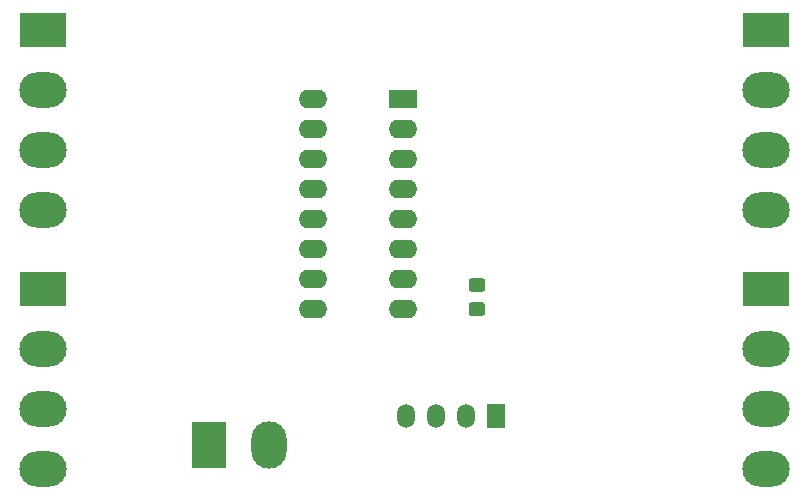
<source format=gbr>
%TF.GenerationSoftware,KiCad,Pcbnew,5.99.0+really5.1.10+dfsg1-1*%
%TF.CreationDate,2021-11-03T18:54:38+11:00*%
%TF.ProjectId,buffer,62756666-6572-42e6-9b69-6361645f7063,rev?*%
%TF.SameCoordinates,PX2faf080PY5f5e100*%
%TF.FileFunction,Soldermask,Bot*%
%TF.FilePolarity,Negative*%
%FSLAX46Y46*%
G04 Gerber Fmt 4.6, Leading zero omitted, Abs format (unit mm)*
G04 Created by KiCad (PCBNEW 5.99.0+really5.1.10+dfsg1-1) date 2021-11-03 18:54:38*
%MOMM*%
%LPD*%
G01*
G04 APERTURE LIST*
%ADD10R,1.500000X2.000000*%
%ADD11O,1.500000X2.000000*%
%ADD12O,2.400000X1.600000*%
%ADD13R,2.400000X1.600000*%
%ADD14R,3.000000X4.000000*%
%ADD15O,3.000000X4.000000*%
%ADD16O,4.000000X3.000000*%
%ADD17R,4.000000X3.000000*%
G04 APERTURE END LIST*
D10*
%TO.C,U2*%
X42600000Y7300000D03*
D11*
X40060000Y7300000D03*
X37520000Y7300000D03*
X34980000Y7300000D03*
%TD*%
D12*
%TO.C,U1*%
X27130000Y16350000D03*
D13*
X34750000Y34130000D03*
D12*
X27130000Y18890000D03*
X34750000Y31590000D03*
X27130000Y21430000D03*
X34750000Y29050000D03*
X27130000Y23970000D03*
X34750000Y26510000D03*
X27130000Y26510000D03*
X34750000Y23970000D03*
X27130000Y29050000D03*
X34750000Y21430000D03*
X27130000Y31590000D03*
X34750000Y18890000D03*
X27130000Y34130000D03*
X34750000Y16350000D03*
%TD*%
D14*
%TO.C,J5*%
X18320000Y4800000D03*
D15*
X23400000Y4800000D03*
%TD*%
D16*
%TO.C,J4*%
X4250000Y24760000D03*
D17*
X4250000Y40000000D03*
D16*
X4250000Y29840000D03*
X4250000Y34920000D03*
%TD*%
%TO.C,J3*%
X4250000Y2760000D03*
D17*
X4250000Y18000000D03*
D16*
X4250000Y7840000D03*
X4250000Y12920000D03*
%TD*%
%TO.C,J2*%
X65500000Y24760000D03*
D17*
X65500000Y40000000D03*
D16*
X65500000Y29840000D03*
X65500000Y34920000D03*
%TD*%
%TO.C,J1*%
X65500000Y2760000D03*
D17*
X65500000Y18000000D03*
D16*
X65500000Y7840000D03*
X65500000Y12920000D03*
%TD*%
%TO.C,C1*%
G36*
G01*
X41450001Y17800000D02*
X40549999Y17800000D01*
G75*
G02*
X40300000Y18049999I0J249999D01*
G01*
X40300000Y18700001D01*
G75*
G02*
X40549999Y18950000I249999J0D01*
G01*
X41450001Y18950000D01*
G75*
G02*
X41700000Y18700001I0J-249999D01*
G01*
X41700000Y18049999D01*
G75*
G02*
X41450001Y17800000I-249999J0D01*
G01*
G37*
G36*
G01*
X41450001Y15750000D02*
X40549999Y15750000D01*
G75*
G02*
X40300000Y15999999I0J249999D01*
G01*
X40300000Y16650001D01*
G75*
G02*
X40549999Y16900000I249999J0D01*
G01*
X41450001Y16900000D01*
G75*
G02*
X41700000Y16650001I0J-249999D01*
G01*
X41700000Y15999999D01*
G75*
G02*
X41450001Y15750000I-249999J0D01*
G01*
G37*
%TD*%
M02*

</source>
